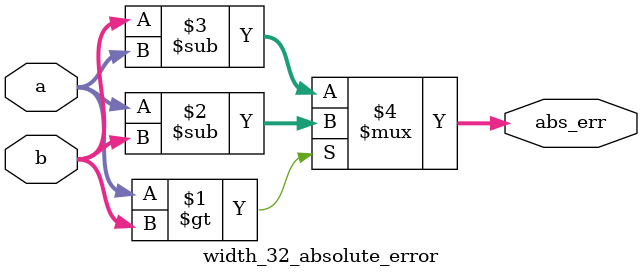
<source format=v>
module width_32_absolute_error(a, b, abs_err);
parameter _bit = 32;
input [_bit - 1: 0] a;
input [_bit - 1: 0] b;
output reg [_bit - 1: 0] abs_err;
assign abs_err = (a > b)? (a - b): (b - a);
endmodule

</source>
